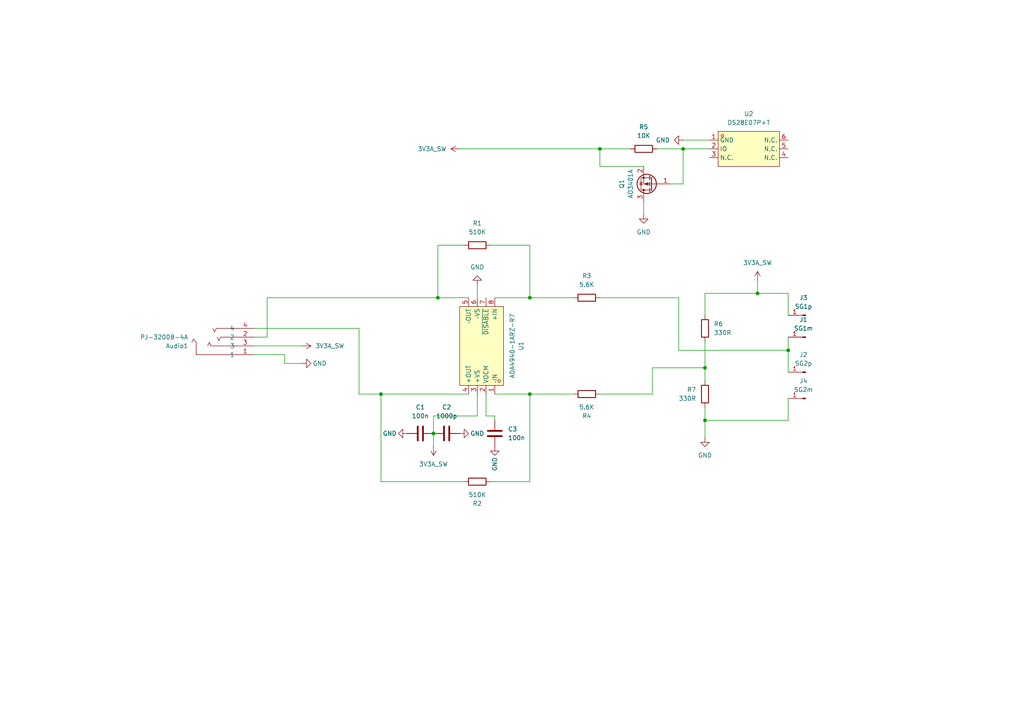
<source format=kicad_sch>
(kicad_sch (version 20231120) (generator "eeschema") (generator_version "8.0")
  (paper "A4")
  (lib_symbols
    (symbol "Connector:Conn_01x01_Pin" (pin_names (offset 1.016) hide)
      (property "Reference" "J" (at 0 2.54 0))
      (property "Value" "Conn_01x01_Pin" (at 0 -2.54 0))
      (symbol "Conn_01x01_Pin_1_1"
        (polyline (pts (xy 1.27 0) (xy 0.8636 0)) (stroke (width 0.1524)))
        (rectangle (start 0.8636 0.127) (end 0 -0.127) (stroke (width 0.1524)) (fill (type outline)))
        (pin passive line (at 5.08 0 180) (length 3.81) (name "Pin_1") (number "1"))
      )
    )
    (symbol "Device:C" (pin_numbers hide) (pin_names (offset 0.254))
      (property "Reference" "C" (at 0.635 2.54 0))
      (property "Value" "C" (at 0.635 -2.54 0))
      (symbol "C_0_1"
        (polyline (pts (xy -2.032 -0.762) (xy 2.032 -0.762)) (stroke (width 0.508)))
        (polyline (pts (xy -2.032 0.762) (xy 2.032 0.762)) (stroke (width 0.508)))
      )
      (symbol "C_1_1"
        (pin passive line (at 0 3.81 270) (length 2.794) (name "~") (number "1"))
        (pin passive line (at 0 -3.81 90) (length 2.794) (name "~") (number "2"))
      )
    )
    (symbol "Device:R" (pin_numbers hide) (pin_names (offset 0))
      (property "Reference" "R" (at 2.032 0 90))
      (property "Value" "R" (at 0 0 90))
      (symbol "R_0_1"
        (rectangle (start -1.016 -2.54) (end 1.016 2.54) (stroke (width 0.254)))
      )
      (symbol "R_1_1"
        (pin passive line (at 0 3.81 270) (length 1.27) (name "~") (number "1"))
        (pin passive line (at 0 -3.81 90) (length 1.27) (name "~") (number "2"))
      )
    )
    (symbol "Rocketry_Easyeda:ADA4940-1ARZ-R7"
      (property "Reference" "U" (at 0 7.62 0))
      (property "Value" "ADA4940-1ARZ-R7" (at 0 -10.16 0))
      (symbol "ADA4940-1ARZ-R7_0_1"
        (rectangle (start -12.7 5.08) (end 10.16 -7.62) (fill (type background)))
        (circle (center -11.43 3.81) (radius 0.38))
        (pin unspecified line (at -15.24 2.54 0) (length 2.54) (name "–IN") (number "1"))
        (pin unspecified line (at -15.24 0 0) (length 2.54) (name "VOCM") (number "2"))
        (pin unspecified line (at -15.24 -2.54 0) (length 2.54) (name "+VS") (number "3"))
        (pin unspecified line (at -15.24 -5.08 0) (length 2.54) (name "+OUT") (number "4"))
        (pin unspecified line (at 12.7 -5.08 180) (length 2.54) (name "–OUT") (number "5"))
        (pin unspecified line (at 12.7 -2.54 180) (length 2.54) (name "–VS") (number "6"))
        (pin unspecified line (at 12.7 0 180) (length 2.54) (name "~{DISABLE}") (number "7"))
        (pin unspecified line (at 12.7 2.54 180) (length 2.54) (name "+IN") (number "8"))
      )
    )
    (symbol "Rocketry_Easyeda:DS28E07P+T"
      (property "Reference" "U" (at 0 7.62 0))
      (property "Value" "DS28E07P+T" (at 0 -7.62 0))
      (symbol "DS28E07P+T_0_1"
        (rectangle (start -8.89 5.08) (end 8.89 -5.08) (fill (type background)))
        (circle (center -7.62 3.81) (radius 0.38))
        (pin unspecified line (at -11.43 2.54 0) (length 2.54) (name "GND") (number "1"))
        (pin unspecified line (at -11.43 0 0) (length 2.54) (name "IO") (number "2"))
        (pin unspecified line (at -11.43 -2.54 0) (length 2.54) (name "N.C.") (number "3"))
        (pin unspecified line (at 11.43 -2.54 180) (length 2.54) (name "N.C.") (number "4"))
        (pin unspecified line (at 11.43 0 180) (length 2.54) (name "N.C.") (number "5"))
        (pin unspecified line (at 11.43 2.54 180) (length 2.54) (name "N.C.") (number "6"))
      )
    )
    (symbol "Rocketry_Easyeda:PJ-3200B-4A"
      (property "Reference" "Audio" (at 0 7.62 0))
      (property "Value" "PJ-3200B-4A" (at 0 -10.16 0))
      (symbol "PJ-3200B-4A_0_1"
        (polyline (pts (xy 3.81 -5.08) (xy -2.03 -5.08) (xy -2.54 -4.06) (xy -3.05 -5.08)))
        (polyline (pts (xy 3.81 -2.54) (xy -0.76 -2.54) (xy -1.27 -1.52) (xy -1.78 -2.54)))
        (polyline (pts (xy 3.81 0) (xy -3.56 0) (xy -4.06 -1.02) (xy -4.57 0)))
        (polyline (pts (xy 3.81 2.54) (xy -7.87 2.54) (xy -7.87 -1.02) (xy -8.64 -2.03) (xy -9.14 -1.02)))
        (pin unspecified line (at 8.89 2.54 180) (length 5.08) (name "1") (number "1"))
        (pin unspecified line (at 8.89 -2.54 180) (length 5.08) (name "2") (number "2"))
        (pin unspecified line (at 8.89 0 180) (length 5.08) (name "3") (number "3"))
        (pin unspecified line (at 8.89 -5.08 180) (length 5.08) (name "4") (number "4"))
      )
    )
    (symbol "Transistor_FET:AO3401A" (pin_names hide)
      (property "Reference" "Q" (at 5.08 1.905 0))
      (property "Value" "AO3401A" (at 5.08 0 0))
      (symbol "AO3401A_0_1"
        (polyline (pts (xy 0.254 0) (xy -2.54 0)))
        (polyline (pts (xy 0.254 1.905) (xy 0.254 -1.905)) (stroke (width 0.254)))
        (polyline (pts (xy 0.762 -1.27) (xy 0.762 -2.286)) (stroke (width 0.254)))
        (polyline (pts (xy 0.762 0.508) (xy 0.762 -0.508)) (stroke (width 0.254)))
        (polyline (pts (xy 0.762 2.286) (xy 0.762 1.27)) (stroke (width 0.254)))
        (polyline (pts (xy 2.54 2.54) (xy 2.54 1.778)))
        (polyline (pts (xy 2.54 -2.54) (xy 2.54 0) (xy 0.762 0)))
        (polyline (pts (xy 0.762 1.778) (xy 3.302 1.778) (xy 3.302 -1.778) (xy 0.762 -1.778)))
        (polyline (pts (xy 2.286 0) (xy 1.27 0.381) (xy 1.27 -0.381) (xy 2.286 0)) (fill (type outline)))
        (polyline (pts (xy 2.794 -0.508) (xy 2.921 -0.381) (xy 3.683 -0.381) (xy 3.81 -0.254)))
        (polyline (pts (xy 3.302 -0.381) (xy 2.921 0.254) (xy 3.683 0.254) (xy 3.302 -0.381)))
        (circle (center 1.651 0) (radius 2.794) (stroke (width 0.254)))
        (circle (center 2.54 -1.778) (radius 0.254) (fill (type outline)))
        (circle (center 2.54 1.778) (radius 0.254) (fill (type outline)))
      )
      (symbol "AO3401A_1_1"
        (pin input line (at -5.08 0 0) (length 2.54) (name "G") (number "1"))
        (pin passive line (at 2.54 -5.08 90) (length 2.54) (name "S") (number "2"))
        (pin passive line (at 2.54 5.08 270) (length 2.54) (name "D") (number "3"))
      )
    )
    (symbol "power:+3.3V" (power) (pin_numbers hide) (pin_names (offset 0) hide)
      (property "Value" "+3.3V" (at 0 3.556 0))
      (symbol "+3.3V_0_1"
        (polyline (pts (xy -0.762 1.27) (xy 0 2.54)))
        (polyline (pts (xy 0 0) (xy 0 2.54)))
        (polyline (pts (xy 0 2.54) (xy 0.762 1.27)))
      )
      (symbol "+3.3V_1_1"
        (pin power_in line (at 0 0 90) (length 0) (name "~") (number "1"))
      )
    )
    (symbol "power:GND" (power) (pin_numbers hide) (pin_names (offset 0) hide)
      (property "Value" "GND" (at 0 -3.81 0))
      (symbol "GND_0_1"
        (polyline (pts (xy 0 0) (xy 0 -1.27) (xy 1.27 -1.27) (xy 0 -2.54) (xy -1.27 -1.27) (xy 0 -1.27)))
      )
      (symbol "GND_1_1"
        (pin power_in line (at 0 0 270) (length 0) (name "~") (number "1"))
      )
    )
  )
  (junction (at 153.67 86.36))
  (junction (at 173.99 43.18))
  (junction (at 198.12 43.18))
  (junction (at 125.73 125.73))
  (junction (at 153.67 114.3))
  (junction (at 219.71 85.09))
  (junction (at 228.6 101.6))
  (junction (at 204.47 121.92))
  (junction (at 127 86.36))
  (junction (at 204.47 106.68))
  (junction (at 110.49 114.3))
  (wire (pts (xy 153.67 114.3) (xy 166.37 114.3)))
  (wire (pts (xy 125.73 125.73) (xy 125.73 129.54)))
  (wire (pts (xy 189.23 114.3) (xy 189.23 106.68)))
  (wire (pts (xy 198.12 53.34) (xy 198.12 43.18)))
  (wire (pts (xy 228.6 101.6) (xy 228.6 107.95)))
  (wire (pts (xy 77.47 97.79) (xy 73.66 97.79)))
  (wire (pts (xy 196.85 86.36) (xy 173.99 86.36)))
  (wire (pts (xy 204.47 85.09) (xy 204.47 91.44)))
  (wire (pts (xy 153.67 86.36) (xy 153.67 71.12)))
  (wire (pts (xy 110.49 114.3) (xy 135.89 114.3)))
  (wire (pts (xy 127 71.12) (xy 134.62 71.12)))
  (wire (pts (xy 153.67 86.36) (xy 166.37 86.36)))
  (wire (pts (xy 228.6 97.79) (xy 228.6 101.6)))
  (wire (pts (xy 204.47 99.06) (xy 204.47 106.68)))
  (wire (pts (xy 198.12 40.64) (xy 205.74 40.64)))
  (wire (pts (xy 135.89 86.36) (xy 127 86.36)))
  (wire (pts (xy 173.99 43.18) (xy 182.88 43.18)))
  (wire (pts (xy 173.99 48.26) (xy 173.99 43.18)))
  (wire (pts (xy 104.14 95.25) (xy 104.14 114.3)))
  (wire (pts (xy 228.6 121.92) (xy 228.6 115.57)))
  (wire (pts (xy 125.73 120.65) (xy 138.43 120.65)))
  (wire (pts (xy 110.49 139.7) (xy 134.62 139.7)))
  (wire (pts (xy 110.49 114.3) (xy 110.49 139.7)))
  (wire (pts (xy 186.69 58.42) (xy 186.69 62.23)))
  (wire (pts (xy 138.43 114.3) (xy 138.43 120.65)))
  (wire (pts (xy 194.31 53.34) (xy 198.12 53.34)))
  (wire (pts (xy 143.51 120.65) (xy 140.97 120.65)))
  (wire (pts (xy 219.71 85.09) (xy 228.6 85.09)))
  (wire (pts (xy 133.35 43.18) (xy 173.99 43.18)))
  (wire (pts (xy 77.47 86.36) (xy 127 86.36)))
  (wire (pts (xy 204.47 121.92) (xy 204.47 127)))
  (wire (pts (xy 204.47 85.09) (xy 219.71 85.09)))
  (wire (pts (xy 143.51 121.92) (xy 143.51 120.65)))
  (wire (pts (xy 204.47 106.68) (xy 204.47 110.49)))
  (wire (pts (xy 104.14 95.25) (xy 73.66 95.25)))
  (wire (pts (xy 104.14 114.3) (xy 110.49 114.3)))
  (wire (pts (xy 198.12 43.18) (xy 205.74 43.18)))
  (wire (pts (xy 228.6 121.92) (xy 204.47 121.92)))
  (wire (pts (xy 127 86.36) (xy 127 71.12)))
  (wire (pts (xy 196.85 101.6) (xy 228.6 101.6)))
  (wire (pts (xy 189.23 114.3) (xy 173.99 114.3)))
  (wire (pts (xy 82.55 105.41) (xy 82.55 102.87)))
  (wire (pts (xy 73.66 100.33) (xy 87.63 100.33)))
  (wire (pts (xy 143.51 114.3) (xy 153.67 114.3)))
  (wire (pts (xy 153.67 71.12) (xy 142.24 71.12)))
  (wire (pts (xy 143.51 86.36) (xy 153.67 86.36)))
  (wire (pts (xy 125.73 120.65) (xy 125.73 125.73)))
  (wire (pts (xy 204.47 118.11) (xy 204.47 121.92)))
  (wire (pts (xy 190.5 43.18) (xy 198.12 43.18)))
  (wire (pts (xy 87.63 105.41) (xy 82.55 105.41)))
  (wire (pts (xy 140.97 114.3) (xy 140.97 120.65)))
  (wire (pts (xy 228.6 85.09) (xy 228.6 91.44)))
  (wire (pts (xy 153.67 139.7) (xy 142.24 139.7)))
  (wire (pts (xy 138.43 82.55) (xy 138.43 86.36)))
  (wire (pts (xy 77.47 86.36) (xy 77.47 97.79)))
  (wire (pts (xy 219.71 81.28) (xy 219.71 85.09)))
  (wire (pts (xy 73.66 102.87) (xy 82.55 102.87)))
  (wire (pts (xy 186.69 48.26) (xy 173.99 48.26)))
  (wire (pts (xy 153.67 114.3) (xy 153.67 139.7)))
  (wire (pts (xy 189.23 106.68) (xy 204.47 106.68)))
  (wire (pts (xy 196.85 86.36) (xy 196.85 101.6)))
  (symbol (lib_id "Device:R") (at 204.47 114.3 0) (mirror y) (unit 1)
    (property "Reference" "R7" (at 201.93 113.0299 0) (effects (justify left)))
    (property "Value" "330R" (at 201.93 115.5699 0) (effects (justify left)))
    (property "Footprint" "Resistor_SMD:R_0402_1005Metric_Pad0.72x0.64mm_HandSolder" (effects (hide yes)))
    (property "Description" "Resistor" (effects (hide yes)))
  )
  (symbol (lib_id "Transistor_FET:AO3401A") (at 189.23 53.34 180) (unit 1)
    (property "Reference" "Q1" (at 180.34 53.34 90))
    (property "Value" "AO3401A" (at 182.88 53.34 90))
    (property "Footprint" "Package_TO_SOT_SMD:SOT-23" (effects (hide yes)))
    (property "Datasheet" "http://www.aosmd.com/pdfs/datasheet/AO3401A.pdf" (effects (hide yes)))
    (property "Description" "-4.0A Id, -30V Vds, P-Channel MOSFET, SOT-23" (effects (hide yes)))
  )
  (symbol (lib_id "Device:R") (at 138.43 71.12 90) (unit 1)
    (property "Reference" "R1" (at 138.43 64.77 90))
    (property "Value" "510K" (at 138.43 67.31 90))
    (property "Footprint" "Resistor_SMD:R_0603_1608Metric_Pad0.98x0.95mm_HandSolder" (effects (hide yes)))
    (property "Description" "Resistor" (effects (hide yes)))
  )
  (symbol (lib_id "Connector:Conn_01x01_Pin") (at 233.68 107.95 180) (unit 1)
    (property "Reference" "J2" (at 233.045 102.87 0))
    (property "Value" "SG2p" (at 233.045 105.41 0))
    (property "Footprint" "Connector_Wire:SolderWirePad_1x01_SMD_1x2mm" (effects (hide yes)))
    (property "Description" "Generic connector, single row, 01x01, script generated" (effects (hide yes)))
  )
  (symbol (lib_id "Connector:Conn_01x01_Pin") (at 233.68 97.79 180) (unit 1)
    (property "Reference" "J1" (at 233.045 92.71 0))
    (property "Value" "SG1m" (at 233.045 95.25 0))
    (property "Footprint" "Connector_Wire:SolderWirePad_1x01_SMD_1x2mm" (effects (hide yes)))
    (property "Description" "Generic connector, single row, 01x01, script generated" (effects (hide yes)))
  )
  (symbol (lib_id "Device:C") (at 143.51 125.73 180) (unit 1)
    (property "Reference" "C3" (at 147.32 124.46 0) (effects (justify right)))
    (property "Value" "100n" (at 147.32 127 0) (effects (justify right)))
    (property "Footprint" "Capacitor_SMD:C_0402_1005Metric" (effects (hide yes)))
    (property "Description" "Unpolarized capacitor" (effects (hide yes)))
  )
  (symbol (lib_id "power:GND") (at 87.63 105.41 90) (unit 1)
    (property "Reference" "#PWR02" (effects (hide yes)))
    (property "Value" "GND" (at 92.71 105.41 90))
    (property "Description" "Power symbol creates a global label with name \"GND\" , ground" (effects (hide yes)))
  )
  (symbol (lib_id "Rocketry_Easyeda:PJ-3200B-4A") (at 64.77 100.33 0) (mirror x) (unit 1)
    (property "Reference" "Audio1" (at 54.61 100.3301 0) (effects (justify right)))
    (property "Value" "PJ-3200B-4A" (at 54.61 97.7901 0) (effects (justify right)))
    (property "Footprint" "Rocketry_Easyeda:AUDIO-TH_PJ-3200B-4A" (effects (hide yes)))
    (property "Datasheet" "https://lcsc.com/product-detail/Audio-Connectors_PJ-3200B-4A_C136687.html" (effects (hide yes)))
    (property "LCSC Part" "C136687" (effects (hide yes)))
  )
  (symbol (lib_id "power:GND") (at 204.47 127 0) (mirror y) (unit 1)
    (property "Reference" "#PWR011" (effects (hide yes)))
    (property "Value" "GND" (at 204.47 132.08 0))
    (property "Description" "Power symbol creates a global label with name \"GND\" , ground" (effects (hide yes)))
  )
  (symbol (lib_id "Device:R") (at 186.69 43.18 90) (unit 1)
    (property "Reference" "R5" (at 186.69 36.83 90))
    (property "Value" "10K" (at 186.69 39.37 90))
    (property "Footprint" "Resistor_SMD:R_0402_1005Metric_Pad0.72x0.64mm_HandSolder" (effects (hide yes)))
    (property "Description" "Resistor" (effects (hide yes)))
  )
  (symbol (lib_id "power:GND") (at 118.11 125.73 270) (unit 1)
    (property "Reference" "#PWR03" (effects (hide yes)))
    (property "Value" "GND" (at 113.03 125.73 90))
    (property "Description" "Power symbol creates a global label with name \"GND\" , ground" (effects (hide yes)))
  )
  (symbol (lib_id "Rocketry_Easyeda:DS28E07P+T") (at 217.17 43.18 0) (unit 1)
    (property "Reference" "U2" (at 217.17 33.02 0))
    (property "Value" "DS28E07P+T" (at 217.17 35.56 0))
    (property "Footprint" "Rocketry_Easyeda:TSOC-6_L3.9-W4.3-P1.27-BL" (effects (hide yes)))
    (property "LCSC Part" "C2063921" (effects (hide yes)))
  )
  (symbol (lib_id "power:+3.3V") (at 133.35 43.18 90) (mirror x) (unit 1)
    (property "Reference" "#PWR05" (effects (hide yes)))
    (property "Value" "3V3A_SW" (at 129.54 43.1799 90) (effects (justify left)))
    (property "Description" "Power symbol creates a global label with name \"+3.3V\"" (effects (hide yes)))
  )
  (symbol (lib_id "Device:R") (at 170.18 114.3 90) (mirror x) (unit 1)
    (property "Reference" "R4" (at 170.18 120.65 90))
    (property "Value" "5.6K" (at 170.18 118.11 90))
    (property "Footprint" "Resistor_SMD:R_0603_1608Metric_Pad0.98x0.95mm_HandSolder" (effects (hide yes)))
    (property "Description" "Resistor" (effects (hide yes)))
  )
  (symbol (lib_id "power:GND") (at 186.69 62.23 0) (unit 1)
    (property "Reference" "#PWR09" (effects (hide yes)))
    (property "Value" "GND" (at 186.69 67.31 0))
    (property "Description" "Power symbol creates a global label with name \"GND\" , ground" (effects (hide yes)))
  )
  (symbol (lib_id "Device:C") (at 121.92 125.73 270) (unit 1)
    (property "Reference" "C1" (at 121.92 118.11 90))
    (property "Value" "100n" (at 121.92 120.65 90))
    (property "Footprint" "Capacitor_SMD:C_0402_1005Metric" (effects (hide yes)))
    (property "Description" "Unpolarized capacitor" (effects (hide yes)))
  )
  (symbol (lib_id "Connector:Conn_01x01_Pin") (at 233.68 91.44 180) (unit 1)
    (property "Reference" "J3" (at 233.045 86.36 0))
    (property "Value" "SG1p" (at 233.045 88.9 0))
    (property "Footprint" "Connector_Wire:SolderWirePad_1x01_SMD_1x2mm" (effects (hide yes)))
    (property "Description" "Generic connector, single row, 01x01, script generated" (effects (hide yes)))
  )
  (symbol (lib_id "power:GND") (at 138.43 82.55 180) (unit 1)
    (property "Reference" "#PWR07" (effects (hide yes)))
    (property "Value" "GND" (at 138.43 77.47 0))
    (property "Description" "Power symbol creates a global label with name \"GND\" , ground" (effects (hide yes)))
  )
  (symbol (lib_id "Rocketry_Easyeda:ADA4940-1ARZ-R7") (at 140.97 99.06 270) (mirror x) (unit 1)
    (property "Reference" "U1" (at 151.13 100.33 0))
    (property "Value" "ADA4940-1ARZ-R7" (at 148.59 100.33 0))
    (property "Footprint" "Rocketry_Easyeda:SOIC-8_L4.9-W3.9-P1.27-LS6.0-BL" (effects (hide yes)))
    (property "Datasheet" "https://lcsc.com/product-detail/Differential-OpAmps_Analog-Devices-ADI-LINEAR-ADA4940-1ARZ-R7_C730049.html" (effects (hide yes)))
    (property "LCSC Part" "C730049" (effects (hide yes)))
  )
  (symbol (lib_id "power:GND") (at 143.51 129.54 0) (unit 1)
    (property "Reference" "#PWR08" (effects (hide yes)))
    (property "Value" "GND" (at 143.51 134.62 90))
    (property "Description" "Power symbol creates a global label with name \"GND\" , ground" (effects (hide yes)))
  )
  (symbol (lib_id "power:+3.3V") (at 87.63 100.33 270) (mirror x) (unit 1)
    (property "Reference" "#PWR01" (effects (hide yes)))
    (property "Value" "3V3A_SW" (at 91.44 100.3299 90) (effects (justify left)))
    (property "Description" "Power symbol creates a global label with name \"+3.3V\"" (effects (hide yes)))
  )
  (symbol (lib_id "power:GND") (at 133.35 125.73 90) (unit 1)
    (property "Reference" "#PWR06" (effects (hide yes)))
    (property "Value" "GND" (at 138.43 125.73 90))
    (property "Description" "Power symbol creates a global label with name \"GND\" , ground" (effects (hide yes)))
  )
  (symbol (lib_id "power:+3.3V") (at 125.73 129.54 0) (mirror x) (unit 1)
    (property "Reference" "#PWR04" (effects (hide yes)))
    (property "Value" "3V3A_SW" (at 125.73 134.62 0))
    (property "Description" "Power symbol creates a global label with name \"+3.3V\"" (effects (hide yes)))
  )
  (symbol (lib_id "Device:R") (at 204.47 95.25 0) (mirror y) (unit 1)
    (property "Reference" "R6" (at 207.01 93.9799 0) (effects (justify right)))
    (property "Value" "330R" (at 207.01 96.5199 0) (effects (justify right)))
    (property "Footprint" "Resistor_SMD:R_0402_1005Metric_Pad0.72x0.64mm_HandSolder" (effects (hide yes)))
    (property "Description" "Resistor" (effects (hide yes)))
  )
  (symbol (lib_id "Device:R") (at 138.43 139.7 90) (mirror x) (unit 1)
    (property "Reference" "R2" (at 138.43 146.05 90))
    (property "Value" "510K" (at 138.43 143.51 90))
    (property "Footprint" "Resistor_SMD:R_0603_1608Metric_Pad0.98x0.95mm_HandSolder" (effects (hide yes)))
    (property "Description" "Resistor" (effects (hide yes)))
  )
  (symbol (lib_id "Connector:Conn_01x01_Pin") (at 233.68 115.57 180) (unit 1)
    (property "Reference" "J4" (at 233.045 110.49 0))
    (property "Value" "SG2m" (at 233.045 113.03 0))
    (property "Footprint" "Connector_Wire:SolderWirePad_1x01_SMD_1x2mm" (effects (hide yes)))
    (property "Description" "Generic connector, single row, 01x01, script generated" (effects (hide yes)))
  )
  (symbol (lib_id "power:GND") (at 198.12 40.64 270) (unit 1)
    (property "Reference" "#PWR010" (effects (hide yes)))
    (property "Value" "GND" (at 194.31 40.6399 90) (effects (justify right)))
    (property "Description" "Power symbol creates a global label with name \"GND\" , ground" (effects (hide yes)))
  )
  (symbol (lib_id "Device:C") (at 129.54 125.73 270) (unit 1)
    (property "Reference" "C2" (at 129.54 118.11 90))
    (property "Value" "1000p" (at 129.54 120.65 90))
    (property "Footprint" "Capacitor_SMD:C_0402_1005Metric" (effects (hide yes)))
    (property "Description" "Unpolarized capacitor" (effects (hide yes)))
  )
  (symbol (lib_id "Device:R") (at 170.18 86.36 90) (unit 1)
    (property "Reference" "R3" (at 170.18 80.01 90))
    (property "Value" "5.6K" (at 170.18 82.55 90))
    (property "Footprint" "Resistor_SMD:R_0603_1608Metric_Pad0.98x0.95mm_HandSolder" (effects (hide yes)))
    (property "Description" "Resistor" (effects (hide yes)))
  )
  (symbol (lib_id "power:+3.3V") (at 219.71 81.28 0) (mirror y) (unit 1)
    (property "Reference" "#PWR012" (effects (hide yes)))
    (property "Value" "3V3A_SW" (at 219.71 76.2 0))
    (property "Description" "Power symbol creates a global label with name \"+3.3V\"" (effects (hide yes)))
  )
)
</source>
